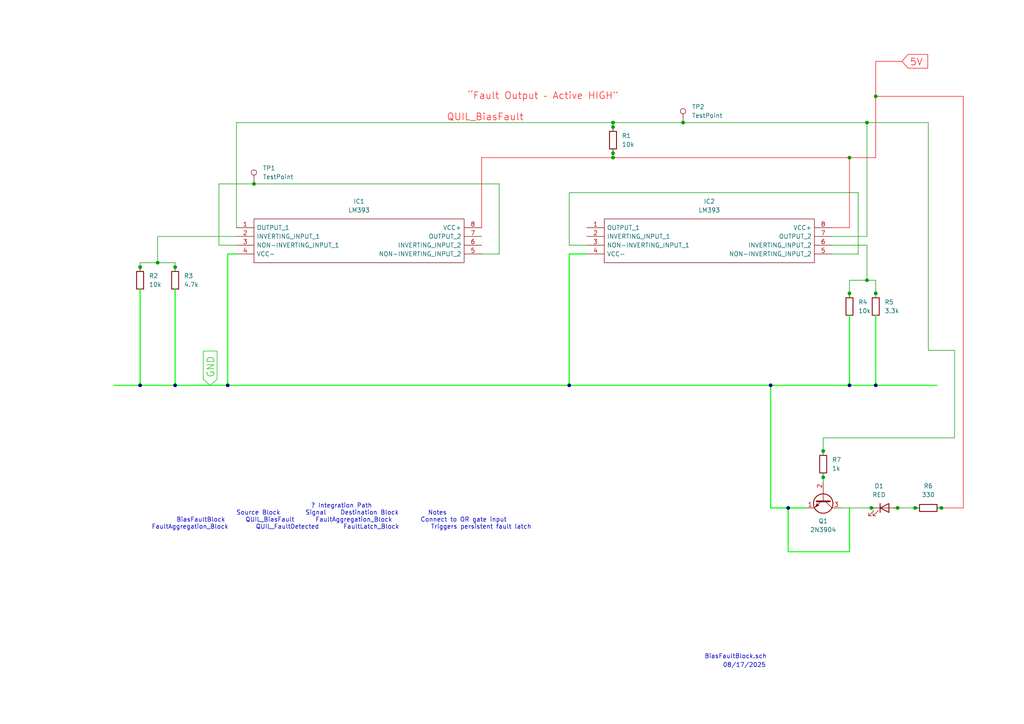
<source format=kicad_sch>
(kicad_sch (version 20250114) (generator "eeschema") (generator_version "9.0")
  (paper "A4")
  (lib_symbols
    (symbol "Connector:TestPoint" (pin_numbers (hide yes)) (pin_names (offset 0.762) (hide yes))
      (property "Reference" "TP" (at 0 6.858 0))
      (property "Value" "TestPoint" (at 0 5.08 0))
      (symbol "TestPoint_0_1"
        (circle (center 0 3.302) (radius 0.762))
      )
      (symbol "TestPoint_1_1"
        (pin passive line (at 0 0 90) (length 2.54) (name "1") (number "1"))
      )
    )
    (symbol "FAULT_LED_DRIVER:2N3904" (pin_names (offset 0) (hide yes))
      (property "Reference" "Q" (at 5.08 1.905 0))
      (property "Value" "2N3904" (at 5.08 0 0))
      (symbol "2N3904_0_1"
        (polyline (pts (xy -2.54 0) (xy 0.635 0)))
        (polyline (pts (xy 0.635 1.905) (xy 0.635 -1.905)) (stroke (width 0.508)))
        (circle (center 1.27 0) (radius 2.8194) (stroke (width 0.254)))
      )
      (symbol "2N3904_1_1"
        (polyline (pts (xy 0.635 0.635) (xy 2.54 2.54)))
        (polyline (pts (xy 0.635 -0.635) (xy 2.54 -2.54)))
        (polyline (pts (xy 1.27 -1.778) (xy 1.778 -1.27) (xy 2.286 -2.286) (xy 1.27 -1.778)) (fill (type outline)))
        (pin input line (at -5.08 0 0) (length 2.54) (name "B") (number "2"))
        (pin passive line (at 2.54 5.08 270) (length 2.54) (name "C") (number "3"))
        (pin passive line (at 2.54 -5.08 90) (length 2.54) (name "E") (number "1"))
      )
    )
    (symbol "FAULT_LED_DRIVER:LED" (pin_numbers (hide yes)) (pin_names (offset 1.016) (hide yes))
      (property "Reference" "D" (at 0 2.54 0))
      (property "Value" "LED" (at 0 -2.54 0))
      (symbol "LED_0_1"
        (polyline (pts (xy -3.048 -0.762) (xy -4.572 -2.286) (xy -3.81 -2.286) (xy -4.572 -2.286) (xy -4.572 -1.524)))
        (polyline (pts (xy -1.778 -0.762) (xy -3.302 -2.286) (xy -2.54 -2.286) (xy -3.302 -2.286) (xy -3.302 -1.524)))
        (polyline (pts (xy -1.27 0) (xy 1.27 0)))
        (polyline (pts (xy -1.27 -1.27) (xy -1.27 1.27)) (stroke (width 0.254)))
        (polyline (pts (xy 1.27 -1.27) (xy 1.27 1.27) (xy -1.27 0) (xy 1.27 -1.27)) (stroke (width 0.254)))
      )
      (symbol "LED_1_1"
        (pin passive line (at -3.81 0 0) (length 2.54) (name "K") (number "1"))
        (pin passive line (at 3.81 0 180) (length 2.54) (name "A") (number "2"))
      )
    )
    (symbol "FAULT_LED_DRIVER:R" (pin_numbers (hide yes)) (pin_names (offset 0))
      (property "Reference" "R" (at 2.032 0 90))
      (property "Value" "R" (at 0 0 90))
      (symbol "R_0_1"
        (rectangle (start -1.016 -2.54) (end 1.016 2.54) (stroke (width 0.254)))
      )
      (symbol "R_1_1"
        (pin passive line (at 0 3.81 270) (length 1.27) (name "~") (number "1"))
        (pin passive line (at 0 -3.81 90) (length 1.27) (name "~") (number "2"))
      )
    )
    (symbol "New_Library:LM393" (pin_names (offset 0.762))
      (property "Reference" "IC" (at 67.31 7.62 0))
      (property "Value" "LM393" (at 67.31 5.08 0))
      (symbol "LM393_0_0"
        (pin passive line (at 0 0 0) (length 5.08) (name "OUTPUT_1") (number "1"))
        (pin passive line (at 0 -2.54 0) (length 5.08) (name "INVERTING_INPUT_1") (number "2"))
        (pin passive line (at 0 -5.08 0) (length 5.08) (name "NON-INVERTING_INPUT_1") (number "3"))
        (pin passive line (at 0 -7.62 0) (length 5.08) (name "VCC-") (number "4"))
        (pin passive line (at 71.12 0 180) (length 5.08) (name "VCC+") (number "8"))
        (pin passive line (at 71.12 -2.54 180) (length 5.08) (name "OUTPUT_2") (number "7"))
        (pin passive line (at 71.12 -5.08 180) (length 5.08) (name "INVERTING_INPUT_2") (number "6"))
        (pin passive line (at 71.12 -7.62 180) (length 5.08) (name "NON-INVERTING_INPUT_2") (number "5"))
      )
      (symbol "LM393_0_1"
        (polyline (pts (xy 5.08 2.54) (xy 66.04 2.54) (xy 66.04 -10.16) (xy 5.08 -10.16) (xy 5.08 2.54)) (stroke (width 0.1524)))
      )
    )
  )
  (text "08/17/2025\n" (at 215.9 193.04 0) (effects (font (size 1.27 1.27))))
  (text "BiasFaultBlock.sch" (at 213.36 190.5 0) (effects (font (size 1.27 1.27))))
  (text "“Fault Output – Active HIGH”" (at 157.48 27.94 0) (effects (font (size 2 2))))
  (text "🔗 Integration Path\nSource Block	Signal	Destination Block	Notes\nBiasFaultBlock	QUIL_BiasFault	FaultAggregation_Block	Connect to OR gate input\nFaultAggregation_Block	QUIL_FaultDetected	FaultLatch_Block	Triggers persistent fault latch" (at 99.06 149.86 0) (effects (font (size 1.27 1.27))))
  (junction (at 45.72 76.2))
  (junction (at 177.8 36.83))
  (junction (at 254 27.94))
  (junction (at 177.8 44.45))
  (junction (at 238.76 130.81))
  (junction (at 273.05 147.32))
  (junction (at 66.04 111.76))
  (junction (at 254 111.76))
  (junction (at 246.38 111.76))
  (junction (at 260.35 147.32))
  (junction (at 50.8 111.76))
  (junction (at 165.1 111.76))
  (junction (at 73.66 53.34))
  (junction (at 198.12 35.56))
  (junction (at 265.43 147.32))
  (junction (at 40.64 77.47))
  (junction (at 40.64 111.76))
  (junction (at 251.46 81.28))
  (junction (at 252.73 147.32))
  (junction (at 246.38 85.09))
  (junction (at 228.6 147.32))
  (junction (at 177.8 35.56))
  (junction (at 254 85.09))
  (junction (at 223.52 111.76))
  (junction (at 177.8 45.72))
  (junction (at 50.8 77.47))
  (junction (at 238.76 138.43))
  (junction (at 251.46 35.56))
  (junction (at 246.38 45.72))
  (bus (pts (xy 223.52 111.76) (xy 223.52 147.32)) (stroke (width 0) (color 0 255 0 1)))
  (bus (pts (xy 246.38 147.32) (xy 246.38 160.02)) (stroke (width 0) (color 0 255 0 1)))
  (wire (pts (xy 265.43 147.32) (xy 266.7 147.32)))
  (wire (pts (xy 269.24 35.56) (xy 269.24 101.6)))
  (bus (pts (xy 66.04 111.76) (xy 165.1 111.76)) (stroke (width 0) (color 0 255 0 1)))
  (bus (pts (xy 66.04 73.66) (xy 66.04 111.76)) (stroke (width 0) (color 0 255 0 1)))
  (bus (pts (xy 33.02 111.76) (xy 40.64 111.76)) (stroke (width 0) (color 0 255 0 1)))
  (bus (pts (xy 246.38 91.44) (xy 246.38 111.76)) (stroke (width 0) (color 0 255 0 1)))
  (wire (pts (xy 63.5 71.12) (xy 68.58 71.12)))
  (wire (pts (xy 246.38 66.04) (xy 246.38 45.72)) (stroke (width 0) (color 255 0 0 1)))
  (wire (pts (xy 63.5 53.34) (xy 63.5 71.12)))
  (wire (pts (xy 177.8 38.1) (xy 177.8 36.83)))
  (bus (pts (xy 228.6 160.02) (xy 228.6 147.32)) (stroke (width 0) (color 0 255 0 1)))
  (wire (pts (xy 238.76 138.43) (xy 238.76 139.7)))
  (wire (pts (xy 45.72 76.2) (xy 50.8 76.2)))
  (wire (pts (xy 254 17.78) (xy 261.62 17.78)) (stroke (width 0) (color 255 0 0 1)))
  (wire (pts (xy 238.76 127) (xy 238.76 130.81)))
  (wire (pts (xy 40.64 77.47) (xy 40.64 78.74)))
  (bus (pts (xy 50.8 111.76) (xy 66.04 111.76)) (stroke (width 0) (color 0 255 0 1)))
  (wire (pts (xy 177.8 44.45) (xy 177.8 45.72)))
  (wire (pts (xy 241.3 66.04) (xy 246.38 66.04)) (stroke (width 0) (color 255 0 0 1)))
  (bus (pts (xy 223.52 147.32) (xy 228.6 147.32)) (stroke (width 0) (color 0 255 0 1)))
  (bus (pts (xy 254 91.44) (xy 254 111.76)) (stroke (width 0) (color 0 255 0 1)))
  (wire (pts (xy 269.24 101.6) (xy 276.86 101.6)))
  (wire (pts (xy 238.76 137.16) (xy 238.76 138.43)))
  (wire (pts (xy 252.73 147.32) (xy 254 147.32)))
  (wire (pts (xy 144.78 53.34) (xy 73.66 53.34)))
  (wire (pts (xy 254 17.78) (xy 254 27.94)) (stroke (width 0) (color 255 0 0 1)))
  (wire (pts (xy 241.3 71.12) (xy 251.46 71.12)))
  (bus (pts (xy 170.18 73.66) (xy 165.1 73.66)) (stroke (width 0) (color 0 255 0 1)))
  (wire (pts (xy 260.35 147.32) (xy 265.43 147.32)))
  (wire (pts (xy 144.78 73.66) (xy 144.78 53.34)))
  (bus (pts (xy 68.58 73.66) (xy 66.04 73.66)) (stroke (width 0) (color 0 255 0 1)))
  (bus (pts (xy 165.1 111.76) (xy 223.52 111.76)) (stroke (width 0) (color 0 255 0 1)))
  (wire (pts (xy 251.46 71.12) (xy 251.46 81.28)))
  (wire (pts (xy 254 81.28) (xy 254 85.09)))
  (bus (pts (xy 246.38 160.02) (xy 228.6 160.02)) (stroke (width 0) (color 0 255 0 1)))
  (wire (pts (xy 246.38 86.36) (xy 246.38 85.09)))
  (wire (pts (xy 251.46 81.28) (xy 254 81.28)))
  (bus (pts (xy 254 111.76) (xy 271.78 111.76)) (stroke (width 0) (color 0 255 0 1)))
  (wire (pts (xy 241.3 73.66) (xy 248.92 73.66)))
  (wire (pts (xy 40.64 76.2) (xy 40.64 77.47)))
  (wire (pts (xy 68.58 35.56) (xy 68.58 66.04)))
  (wire (pts (xy 271.78 147.32) (xy 273.05 147.32)))
  (wire (pts (xy 254 27.94) (xy 279.4 27.94)) (stroke (width 0) (color 255 0 0 1)))
  (wire (pts (xy 279.4 147.32) (xy 279.4 27.94)) (stroke (width 0) (color 255 0 0 1)))
  (bus (pts (xy 246.38 111.76) (xy 254 111.76)) (stroke (width 0) (color 0 255 0 1)))
  (bus (pts (xy 228.6 147.32) (xy 233.68 147.32)) (stroke (width 0) (color 0 255 0 1)))
  (wire (pts (xy 243.84 147.32) (xy 252.73 147.32)))
  (wire (pts (xy 50.8 77.47) (xy 50.8 78.74)))
  (wire (pts (xy 198.12 35.56) (xy 251.46 35.56)))
  (wire (pts (xy 177.8 43.18) (xy 177.8 44.45)))
  (wire (pts (xy 165.1 55.88) (xy 248.92 55.88)))
  (bus (pts (xy 223.52 111.76) (xy 246.38 111.76)) (stroke (width 0) (color 0 255 0 1)))
  (bus (pts (xy 40.64 111.76) (xy 50.8 111.76)) (stroke (width 0) (color 0 255 0 1)))
  (wire (pts (xy 165.1 55.88) (xy 165.1 71.12)))
  (wire (pts (xy 248.92 73.66) (xy 248.92 55.88)))
  (wire (pts (xy 254 27.94) (xy 254 45.72)) (stroke (width 0) (color 255 0 0 1)))
  (wire (pts (xy 251.46 35.56) (xy 251.46 68.58)))
  (wire (pts (xy 276.86 101.6) (xy 276.86 127)))
  (wire (pts (xy 246.38 81.28) (xy 251.46 81.28)))
  (wire (pts (xy 68.58 68.58) (xy 45.72 68.58)))
  (wire (pts (xy 177.8 45.72) (xy 246.38 45.72)) (stroke (width 0) (color 255 0 0 1)))
  (wire (pts (xy 273.05 147.32) (xy 279.4 147.32)) (stroke (width 0) (color 255 0 0 1)))
  (wire (pts (xy 251.46 35.56) (xy 269.24 35.56)))
  (wire (pts (xy 165.1 71.12) (xy 170.18 71.12)))
  (bus (pts (xy 50.8 83.82) (xy 50.8 111.76)) (stroke (width 0) (color 0 255 0 1)))
  (bus (pts (xy 165.1 73.66) (xy 165.1 111.76)) (stroke (width 0) (color 0 255 0 1)))
  (bus (pts (xy 40.64 83.82) (xy 40.64 111.76)) (stroke (width 0) (color 0 255 0 1)))
  (wire (pts (xy 246.38 85.09) (xy 246.38 81.28)))
  (wire (pts (xy 246.38 45.72) (xy 254 45.72)) (stroke (width 0) (color 255 0 0 1)))
  (wire (pts (xy 177.8 35.56) (xy 198.12 35.56)))
  (wire (pts (xy 45.72 68.58) (xy 45.72 76.2)))
  (wire (pts (xy 139.7 66.04) (xy 139.7 45.72)) (stroke (width 0) (color 255 0 0 1)))
  (wire (pts (xy 241.3 68.58) (xy 251.46 68.58)))
  (wire (pts (xy 238.76 130.81) (xy 238.76 132.08)))
  (wire (pts (xy 177.8 35.56) (xy 68.58 35.56)))
  (wire (pts (xy 40.64 76.2) (xy 45.72 76.2)))
  (wire (pts (xy 139.7 73.66) (xy 144.78 73.66)))
  (wire (pts (xy 139.7 45.72) (xy 177.8 45.72)) (stroke (width 0) (color 255 0 0 1)))
  (wire (pts (xy 254 85.09) (xy 254 86.36)))
  (wire (pts (xy 259.08 147.32) (xy 260.35 147.32)))
  (wire (pts (xy 50.8 76.2) (xy 50.8 77.47)))
  (wire (pts (xy 73.66 53.34) (xy 63.5 53.34)))
  (wire (pts (xy 177.8 36.83) (xy 177.8 35.56)))
  (wire (pts (xy 238.76 127) (xy 276.86 127)))
  (label "QUIL_BiasFault" (at 129.54 35.56 0) (effects (font (size 2 2))))
  (global_label "5V" (shape input) (at 261.62 17.78 0) (effects (font (size 2 2))) (property "Intersheetrefs" "${INTERSHEET_REFS}" (effects (hide yes))))
  (global_label "GND" (shape input) (at 60.96 111.76 90) (effects (font (size 2 2))) (property "Intersheetrefs" "${INTERSHEET_REFS}" (effects (hide yes))))
  (symbol (lib_id "FAULT_LED_DRIVER:R") (at 40.64 81.28 0) (unit 1)
    (property "Reference" "R2" (at 43.18 80.0099 0) (effects (justify left)))
    (property "Value" "10k" (at 43.18 82.5499 0) (effects (justify left)))
    (property "Description" "Resistor" (effects (hide yes)))
  )
  (symbol (lib_id "New_Library:LM393") (at 68.58 66.04 0) (unit 1)
    (property "Reference" "IC1" (at 104.14 58.42 0))
    (property "Value" "LM393" (at 104.14 60.96 0))
    (property "Footprint" "SOIC127P600X165-8N" (effects (hide yes)))
    (property "Datasheet" "https://datasheet.datasheetarchive.com/originals/distributors/Datasheets_SAMA/b2392c53606ca7aa08db356ee7a3d161.pdf" (effects (hide yes)))
    (property "Description" "Standard Open-Collector Comparator: The Universal Standard family LM393 / LM339 / LM2903 / LM2901 monolithic ICs integrate two / four independent comparators on a single chip and feature high gain, low power consumption, and an operating voltage range from 2[V] to 36[V] (single power supply)." (effects (hide yes)))
    (property "Description_1" "Standard Open-Collector Comparator: The Universal Standard family LM393 / LM339 / LM2903 / LM2901 monolithic ICs integrate two / four independent comparators on a single chip and feature high gain, low power consumption, and an operating voltage range from 2[V] to 36[V] (single power supply)." (effects (hide yes)))
    (property "Height" "1.65" (effects (hide yes)))
    (property "Manufacturer_Name" "ROHM Semiconductor" (effects (hide yes)))
    (property "Manufacturer_Part_Number" "LM393DT" (effects (hide yes)))
    (property "Mouser Part Number" "755-LM393DT" (effects (hide yes)))
    (property "Mouser Price/Stock" "https://www.mouser.co.uk/ProductDetail/ROHM-Semiconductor/LM393DT?qs=rew4TcUmwq%2FYf7zH7wpC9A%3D%3D" (effects (hide yes)))
    (property "Arrow Part Number" "LM393DT" (effects (hide yes)))
    (property "Arrow Price/Stock" "https://www.arrow.com/en/products/lm393dt/rohm-semiconductor?region=nac" (effects (hide yes)))
  )
  (symbol (lib_id "Connector:TestPoint") (at 198.12 35.56 0) (unit 1)
    (property "Reference" "TP2" (at 200.66 30.9879 0) (effects (justify left)))
    (property "Value" "TestPoint" (at 200.66 33.5279 0) (effects (justify left)))
    (property "Description" "test point" (effects (hide yes)))
  )
  (symbol (lib_id "FAULT_LED_DRIVER:R") (at 246.38 88.9 0) (unit 1)
    (property "Reference" "R4" (at 248.92 87.6299 0) (effects (justify left)))
    (property "Value" "10k" (at 248.92 90.1699 0) (effects (justify left)))
    (property "Description" "Resistor" (effects (hide yes)))
  )
  (symbol (lib_id "FAULT_LED_DRIVER:LED") (at 256.54 147.32 0) (unit 1)
    (property "Reference" "D1" (at 254.9525 140.97 0))
    (property "Value" "RED" (at 254.9525 143.51 0))
    (property "Description" "Light emitting diode" (effects (hide yes)))
    (property "Sim.Pins" "1=K 2=A" (effects (hide yes)))
  )
  (symbol (lib_id "FAULT_LED_DRIVER:R") (at 269.24 147.32 90) (unit 1)
    (property "Reference" "R6" (at 269.24 140.97 90))
    (property "Value" "330" (at 269.24 143.51 90))
    (property "Description" "Resistor" (effects (hide yes)))
  )
  (symbol (lib_id "FAULT_LED_DRIVER:2N3904") (at 238.76 144.78 270) (unit 1)
    (property "Reference" "Q1" (at 238.76 151.13 90))
    (property "Value" "2N3904" (at 238.76 153.67 90))
    (property "Footprint" "Package_TO_SOT_THT:TO-92_Inline" (effects (hide yes)))
    (property "Datasheet" "https://www.onsemi.com/pub/Collateral/2N3903-D.PDF" (effects (hide yes)))
    (property "Description" "0.2A Ic, 40V Vce, Small Signal NPN Transistor, TO-92" (effects (hide yes)))
  )
  (symbol (lib_id "FAULT_LED_DRIVER:R") (at 238.76 134.62 0) (unit 1)
    (property "Reference" "R7" (at 241.3 133.3499 0) (effects (justify left)))
    (property "Value" "1k" (at 241.3 135.8899 0) (effects (justify left)))
    (property "Description" "Resistor" (effects (hide yes)))
  )
  (symbol (lib_id "New_Library:LM393") (at 170.18 66.04 0) (unit 1)
    (property "Reference" "IC2" (at 205.74 58.42 0))
    (property "Value" "LM393" (at 205.74 60.96 0))
    (property "Footprint" "SOIC127P600X165-8N" (effects (hide yes)))
    (property "Datasheet" "https://datasheet.datasheetarchive.com/originals/distributors/Datasheets_SAMA/b2392c53606ca7aa08db356ee7a3d161.pdf" (effects (hide yes)))
    (property "Description" "Standard Open-Collector Comparator: The Universal Standard family LM393 / LM339 / LM2903 / LM2901 monolithic ICs integrate two / four independent comparators on a single chip and feature high gain, low power consumption, and an operating voltage range from 2[V] to 36[V] (single power supply)." (effects (hide yes)))
    (property "Description_1" "Standard Open-Collector Comparator: The Universal Standard family LM393 / LM339 / LM2903 / LM2901 monolithic ICs integrate two / four independent comparators on a single chip and feature high gain, low power consumption, and an operating voltage range from 2[V] to 36[V] (single power supply)." (effects (hide yes)))
    (property "Height" "1.65" (effects (hide yes)))
    (property "Manufacturer_Name" "ROHM Semiconductor" (effects (hide yes)))
    (property "Manufacturer_Part_Number" "LM393DT" (effects (hide yes)))
    (property "Mouser Part Number" "755-LM393DT" (effects (hide yes)))
    (property "Mouser Price/Stock" "https://www.mouser.co.uk/ProductDetail/ROHM-Semiconductor/LM393DT?qs=rew4TcUmwq%2FYf7zH7wpC9A%3D%3D" (effects (hide yes)))
    (property "Arrow Part Number" "LM393DT" (effects (hide yes)))
    (property "Arrow Price/Stock" "https://www.arrow.com/en/products/lm393dt/rohm-semiconductor?region=nac" (effects (hide yes)))
  )
  (symbol (lib_id "FAULT_LED_DRIVER:R") (at 177.8 40.64 0) (unit 1)
    (property "Reference" "R1" (at 180.34 39.3699 0) (effects (justify left)))
    (property "Value" "10k" (at 180.34 41.9099 0) (effects (justify left)))
    (property "Description" "Resistor" (effects (hide yes)))
  )
  (symbol (lib_id "FAULT_LED_DRIVER:R") (at 254 88.9 0) (unit 1)
    (property "Reference" "R5" (at 256.54 87.6299 0) (effects (justify left)))
    (property "Value" "3.3k" (at 256.54 90.1699 0) (effects (justify left)))
    (property "Description" "Resistor" (effects (hide yes)))
  )
  (symbol (lib_id "Connector:TestPoint") (at 73.66 53.34 0) (unit 1)
    (property "Reference" "TP1" (at 76.2 48.7679 0) (effects (justify left)))
    (property "Value" "TestPoint" (at 76.2 51.3079 0) (effects (justify left)))
    (property "Description" "test point" (effects (hide yes)))
  )
  (symbol (lib_id "FAULT_LED_DRIVER:R") (at 50.8 81.28 0) (unit 1)
    (property "Reference" "R3" (at 53.34 80.0099 0) (effects (justify left)))
    (property "Value" "4.7k" (at 53.34 82.5499 0) (effects (justify left)))
    (property "Description" "Resistor" (effects (hide yes)))
  )
)
</source>
